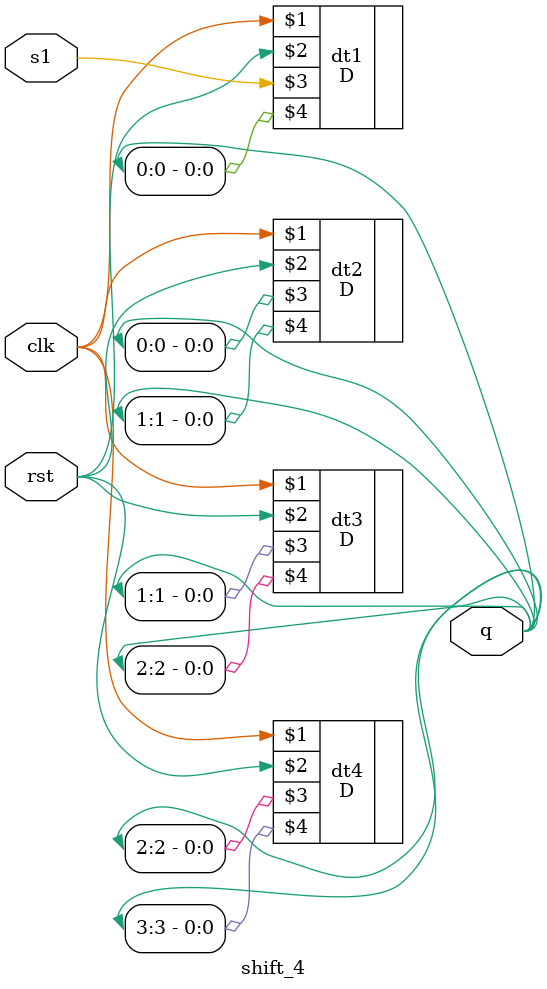
<source format=v>
`timescale 1ns / 1ps


module shift_4(
    input clk,
    input rst,
    input s1,
    output [3:0]q
    );
    
    D dt1(clk,rst,s1,q[0]);
    D dt2(clk,rst,q[0],q[1]);
    D dt3(clk,rst,q[1],q[2]);
    D dt4(clk,rst,q[2],q[3]);
endmodule

</source>
